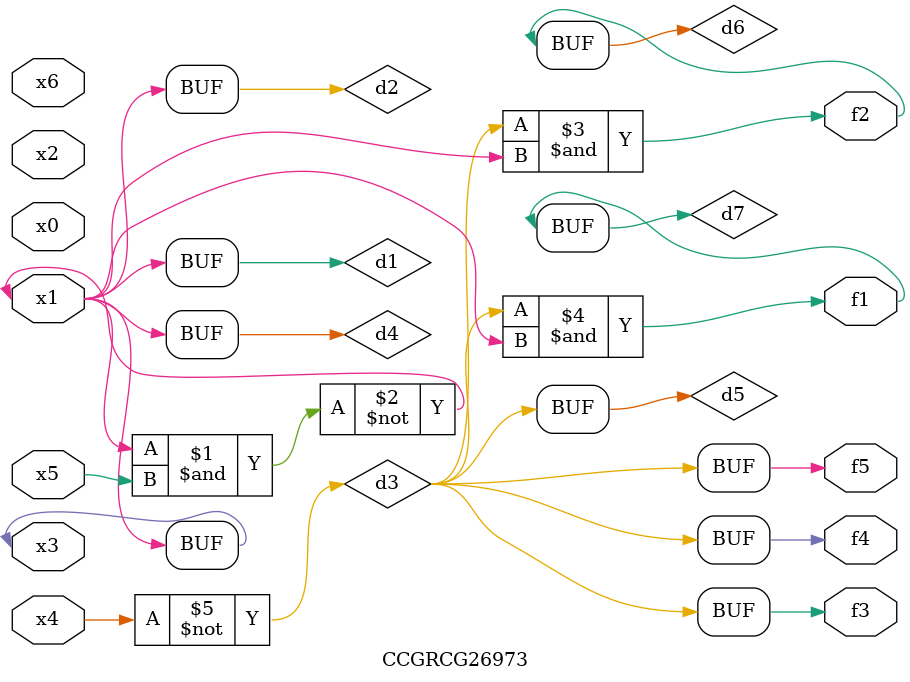
<source format=v>
module CCGRCG26973(
	input x0, x1, x2, x3, x4, x5, x6,
	output f1, f2, f3, f4, f5
);

	wire d1, d2, d3, d4, d5, d6, d7;

	buf (d1, x1, x3);
	nand (d2, x1, x5);
	not (d3, x4);
	buf (d4, d1, d2);
	buf (d5, d3);
	and (d6, d3, d4);
	and (d7, d3, d4);
	assign f1 = d7;
	assign f2 = d6;
	assign f3 = d5;
	assign f4 = d5;
	assign f5 = d5;
endmodule

</source>
